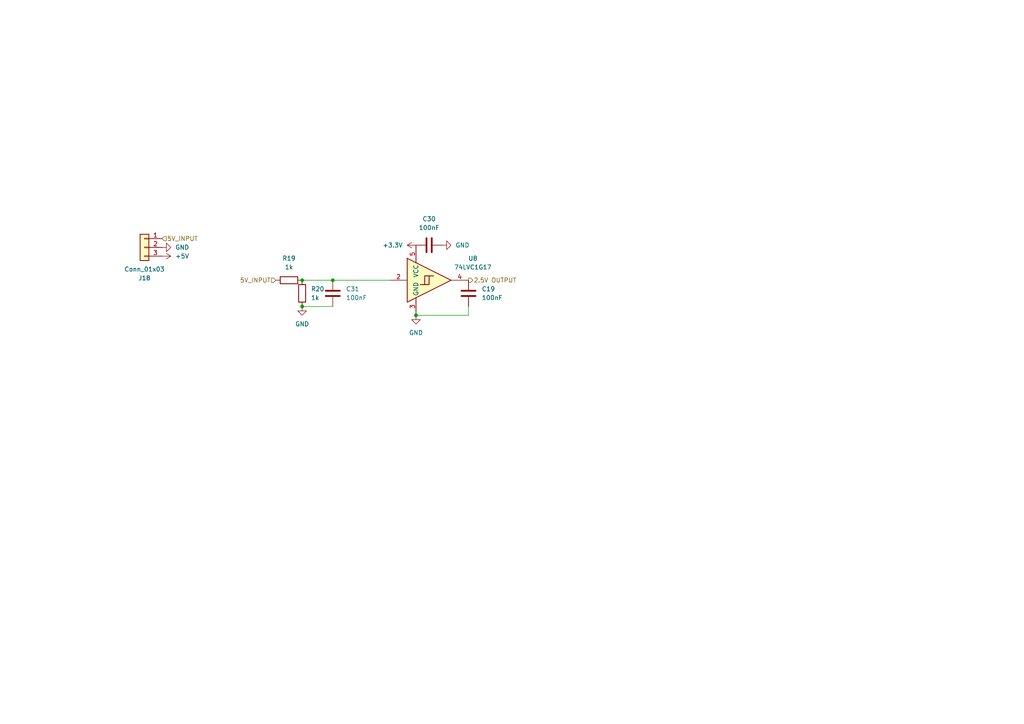
<source format=kicad_sch>
(kicad_sch
	(version 20250114)
	(generator "eeschema")
	(generator_version "9.0")
	(uuid "28615751-7090-429b-94d4-87d29671b4f2")
	(paper "A4")
	(lib_symbols
		(symbol "74xGxx:74LVC1G17"
			(exclude_from_sim no)
			(in_bom yes)
			(on_board yes)
			(property "Reference" "U"
				(at 0 3.81 0)
				(effects
					(font
						(size 1.27 1.27)
					)
					(justify left)
				)
			)
			(property "Value" "74LVC1G17"
				(at 0 -3.81 0)
				(effects
					(font
						(size 1.27 1.27)
					)
					(justify left)
				)
			)
			(property "Footprint" ""
				(at -2.54 0 0)
				(effects
					(font
						(size 1.27 1.27)
					)
					(hide yes)
				)
			)
			(property "Datasheet" "https://www.ti.com/lit/ds/symlink/sn74lvc1g17.pdf"
				(at 0 -6.35 0)
				(effects
					(font
						(size 1.27 1.27)
					)
					(justify left)
					(hide yes)
				)
			)
			(property "Description" "Single Schmitt Buffer Gate, Low-Voltage CMOS"
				(at 0 0 0)
				(effects
					(font
						(size 1.27 1.27)
					)
					(hide yes)
				)
			)
			(property "ki_keywords" "Single Gate Buff Schmitt LVC CMOS"
				(at 0 0 0)
				(effects
					(font
						(size 1.27 1.27)
					)
					(hide yes)
				)
			)
			(property "ki_fp_filters" "SOT?23* SOT?553* Texas?R-PDSO-G5?DCK* Texas?R-PDSO-N5?DRL* Texas?X2SON*0.8x0.8mm*P0.48mm*"
				(at 0 0 0)
				(effects
					(font
						(size 1.27 1.27)
					)
					(hide yes)
				)
			)
			(symbol "74LVC1G17_0_1"
				(polyline
					(pts
						(xy -7.62 6.35) (xy -7.62 -6.35) (xy 5.08 0) (xy -7.62 6.35)
					)
					(stroke
						(width 0.254)
						(type default)
					)
					(fill
						(type background)
					)
				)
				(polyline
					(pts
						(xy -3.81 -1.27) (xy -2.54 -1.27) (xy -2.54 1.27) (xy -1.27 1.27)
					)
					(stroke
						(width 0.254)
						(type default)
					)
					(fill
						(type background)
					)
				)
				(polyline
					(pts
						(xy -2.54 -1.27) (xy -1.27 -1.27) (xy -1.27 1.27) (xy 0 1.27)
					)
					(stroke
						(width 0.254)
						(type default)
					)
					(fill
						(type background)
					)
				)
			)
			(symbol "74LVC1G17_1_1"
				(pin input line
					(at -12.7 0 0)
					(length 5.08)
					(name "~"
						(effects
							(font
								(size 1.27 1.27)
							)
						)
					)
					(number "2"
						(effects
							(font
								(size 1.27 1.27)
							)
						)
					)
				)
				(pin no_connect line
					(at -7.62 5.08 180)
					(length 5.08)
					(hide yes)
					(name "NC"
						(effects
							(font
								(size 1.27 1.27)
							)
						)
					)
					(number "1"
						(effects
							(font
								(size 1.27 1.27)
							)
						)
					)
				)
				(pin power_in line
					(at -5.08 10.16 270)
					(length 5.08)
					(name "VCC"
						(effects
							(font
								(size 1.27 1.27)
							)
						)
					)
					(number "5"
						(effects
							(font
								(size 1.27 1.27)
							)
						)
					)
				)
				(pin power_in line
					(at -5.08 -10.16 90)
					(length 5.08)
					(name "GND"
						(effects
							(font
								(size 1.27 1.27)
							)
						)
					)
					(number "3"
						(effects
							(font
								(size 1.27 1.27)
							)
						)
					)
				)
				(pin output line
					(at 10.16 0 180)
					(length 5.08)
					(name "~"
						(effects
							(font
								(size 1.27 1.27)
							)
						)
					)
					(number "4"
						(effects
							(font
								(size 1.27 1.27)
							)
						)
					)
				)
			)
			(embedded_fonts no)
		)
		(symbol "Connector_Generic:Conn_01x03"
			(pin_names
				(offset 1.016)
				(hide yes)
			)
			(exclude_from_sim no)
			(in_bom yes)
			(on_board yes)
			(property "Reference" "J"
				(at 0 5.08 0)
				(effects
					(font
						(size 1.27 1.27)
					)
				)
			)
			(property "Value" "Conn_01x03"
				(at 0 -5.08 0)
				(effects
					(font
						(size 1.27 1.27)
					)
				)
			)
			(property "Footprint" ""
				(at 0 0 0)
				(effects
					(font
						(size 1.27 1.27)
					)
					(hide yes)
				)
			)
			(property "Datasheet" "~"
				(at 0 0 0)
				(effects
					(font
						(size 1.27 1.27)
					)
					(hide yes)
				)
			)
			(property "Description" "Generic connector, single row, 01x03, script generated (kicad-library-utils/schlib/autogen/connector/)"
				(at 0 0 0)
				(effects
					(font
						(size 1.27 1.27)
					)
					(hide yes)
				)
			)
			(property "ki_keywords" "connector"
				(at 0 0 0)
				(effects
					(font
						(size 1.27 1.27)
					)
					(hide yes)
				)
			)
			(property "ki_fp_filters" "Connector*:*_1x??_*"
				(at 0 0 0)
				(effects
					(font
						(size 1.27 1.27)
					)
					(hide yes)
				)
			)
			(symbol "Conn_01x03_1_1"
				(rectangle
					(start -1.27 3.81)
					(end 1.27 -3.81)
					(stroke
						(width 0.254)
						(type default)
					)
					(fill
						(type background)
					)
				)
				(rectangle
					(start -1.27 2.667)
					(end 0 2.413)
					(stroke
						(width 0.1524)
						(type default)
					)
					(fill
						(type none)
					)
				)
				(rectangle
					(start -1.27 0.127)
					(end 0 -0.127)
					(stroke
						(width 0.1524)
						(type default)
					)
					(fill
						(type none)
					)
				)
				(rectangle
					(start -1.27 -2.413)
					(end 0 -2.667)
					(stroke
						(width 0.1524)
						(type default)
					)
					(fill
						(type none)
					)
				)
				(pin passive line
					(at -5.08 2.54 0)
					(length 3.81)
					(name "Pin_1"
						(effects
							(font
								(size 1.27 1.27)
							)
						)
					)
					(number "1"
						(effects
							(font
								(size 1.27 1.27)
							)
						)
					)
				)
				(pin passive line
					(at -5.08 0 0)
					(length 3.81)
					(name "Pin_2"
						(effects
							(font
								(size 1.27 1.27)
							)
						)
					)
					(number "2"
						(effects
							(font
								(size 1.27 1.27)
							)
						)
					)
				)
				(pin passive line
					(at -5.08 -2.54 0)
					(length 3.81)
					(name "Pin_3"
						(effects
							(font
								(size 1.27 1.27)
							)
						)
					)
					(number "3"
						(effects
							(font
								(size 1.27 1.27)
							)
						)
					)
				)
			)
			(embedded_fonts no)
		)
		(symbol "Device:C"
			(pin_numbers
				(hide yes)
			)
			(pin_names
				(offset 0.254)
			)
			(exclude_from_sim no)
			(in_bom yes)
			(on_board yes)
			(property "Reference" "C"
				(at 0.635 2.54 0)
				(effects
					(font
						(size 1.27 1.27)
					)
					(justify left)
				)
			)
			(property "Value" "C"
				(at 0.635 -2.54 0)
				(effects
					(font
						(size 1.27 1.27)
					)
					(justify left)
				)
			)
			(property "Footprint" ""
				(at 0.9652 -3.81 0)
				(effects
					(font
						(size 1.27 1.27)
					)
					(hide yes)
				)
			)
			(property "Datasheet" "~"
				(at 0 0 0)
				(effects
					(font
						(size 1.27 1.27)
					)
					(hide yes)
				)
			)
			(property "Description" "Unpolarized capacitor"
				(at 0 0 0)
				(effects
					(font
						(size 1.27 1.27)
					)
					(hide yes)
				)
			)
			(property "ki_keywords" "cap capacitor"
				(at 0 0 0)
				(effects
					(font
						(size 1.27 1.27)
					)
					(hide yes)
				)
			)
			(property "ki_fp_filters" "C_*"
				(at 0 0 0)
				(effects
					(font
						(size 1.27 1.27)
					)
					(hide yes)
				)
			)
			(symbol "C_0_1"
				(polyline
					(pts
						(xy -2.032 0.762) (xy 2.032 0.762)
					)
					(stroke
						(width 0.508)
						(type default)
					)
					(fill
						(type none)
					)
				)
				(polyline
					(pts
						(xy -2.032 -0.762) (xy 2.032 -0.762)
					)
					(stroke
						(width 0.508)
						(type default)
					)
					(fill
						(type none)
					)
				)
			)
			(symbol "C_1_1"
				(pin passive line
					(at 0 3.81 270)
					(length 2.794)
					(name "~"
						(effects
							(font
								(size 1.27 1.27)
							)
						)
					)
					(number "1"
						(effects
							(font
								(size 1.27 1.27)
							)
						)
					)
				)
				(pin passive line
					(at 0 -3.81 90)
					(length 2.794)
					(name "~"
						(effects
							(font
								(size 1.27 1.27)
							)
						)
					)
					(number "2"
						(effects
							(font
								(size 1.27 1.27)
							)
						)
					)
				)
			)
			(embedded_fonts no)
		)
		(symbol "Device:R"
			(pin_numbers
				(hide yes)
			)
			(pin_names
				(offset 0)
			)
			(exclude_from_sim no)
			(in_bom yes)
			(on_board yes)
			(property "Reference" "R"
				(at 2.032 0 90)
				(effects
					(font
						(size 1.27 1.27)
					)
				)
			)
			(property "Value" "R"
				(at 0 0 90)
				(effects
					(font
						(size 1.27 1.27)
					)
				)
			)
			(property "Footprint" ""
				(at -1.778 0 90)
				(effects
					(font
						(size 1.27 1.27)
					)
					(hide yes)
				)
			)
			(property "Datasheet" "~"
				(at 0 0 0)
				(effects
					(font
						(size 1.27 1.27)
					)
					(hide yes)
				)
			)
			(property "Description" "Resistor"
				(at 0 0 0)
				(effects
					(font
						(size 1.27 1.27)
					)
					(hide yes)
				)
			)
			(property "ki_keywords" "R res resistor"
				(at 0 0 0)
				(effects
					(font
						(size 1.27 1.27)
					)
					(hide yes)
				)
			)
			(property "ki_fp_filters" "R_*"
				(at 0 0 0)
				(effects
					(font
						(size 1.27 1.27)
					)
					(hide yes)
				)
			)
			(symbol "R_0_1"
				(rectangle
					(start -1.016 -2.54)
					(end 1.016 2.54)
					(stroke
						(width 0.254)
						(type default)
					)
					(fill
						(type none)
					)
				)
			)
			(symbol "R_1_1"
				(pin passive line
					(at 0 3.81 270)
					(length 1.27)
					(name "~"
						(effects
							(font
								(size 1.27 1.27)
							)
						)
					)
					(number "1"
						(effects
							(font
								(size 1.27 1.27)
							)
						)
					)
				)
				(pin passive line
					(at 0 -3.81 90)
					(length 1.27)
					(name "~"
						(effects
							(font
								(size 1.27 1.27)
							)
						)
					)
					(number "2"
						(effects
							(font
								(size 1.27 1.27)
							)
						)
					)
				)
			)
			(embedded_fonts no)
		)
		(symbol "power:+3.3V"
			(power)
			(pin_numbers
				(hide yes)
			)
			(pin_names
				(offset 0)
				(hide yes)
			)
			(exclude_from_sim no)
			(in_bom yes)
			(on_board yes)
			(property "Reference" "#PWR"
				(at 0 -3.81 0)
				(effects
					(font
						(size 1.27 1.27)
					)
					(hide yes)
				)
			)
			(property "Value" "+3.3V"
				(at 0 3.556 0)
				(effects
					(font
						(size 1.27 1.27)
					)
				)
			)
			(property "Footprint" ""
				(at 0 0 0)
				(effects
					(font
						(size 1.27 1.27)
					)
					(hide yes)
				)
			)
			(property "Datasheet" ""
				(at 0 0 0)
				(effects
					(font
						(size 1.27 1.27)
					)
					(hide yes)
				)
			)
			(property "Description" "Power symbol creates a global label with name \"+3.3V\""
				(at 0 0 0)
				(effects
					(font
						(size 1.27 1.27)
					)
					(hide yes)
				)
			)
			(property "ki_keywords" "global power"
				(at 0 0 0)
				(effects
					(font
						(size 1.27 1.27)
					)
					(hide yes)
				)
			)
			(symbol "+3.3V_0_1"
				(polyline
					(pts
						(xy -0.762 1.27) (xy 0 2.54)
					)
					(stroke
						(width 0)
						(type default)
					)
					(fill
						(type none)
					)
				)
				(polyline
					(pts
						(xy 0 2.54) (xy 0.762 1.27)
					)
					(stroke
						(width 0)
						(type default)
					)
					(fill
						(type none)
					)
				)
				(polyline
					(pts
						(xy 0 0) (xy 0 2.54)
					)
					(stroke
						(width 0)
						(type default)
					)
					(fill
						(type none)
					)
				)
			)
			(symbol "+3.3V_1_1"
				(pin power_in line
					(at 0 0 90)
					(length 0)
					(name "~"
						(effects
							(font
								(size 1.27 1.27)
							)
						)
					)
					(number "1"
						(effects
							(font
								(size 1.27 1.27)
							)
						)
					)
				)
			)
			(embedded_fonts no)
		)
		(symbol "power:+5V"
			(power)
			(pin_numbers
				(hide yes)
			)
			(pin_names
				(offset 0)
				(hide yes)
			)
			(exclude_from_sim no)
			(in_bom yes)
			(on_board yes)
			(property "Reference" "#PWR"
				(at 0 -3.81 0)
				(effects
					(font
						(size 1.27 1.27)
					)
					(hide yes)
				)
			)
			(property "Value" "+5V"
				(at 0 3.556 0)
				(effects
					(font
						(size 1.27 1.27)
					)
				)
			)
			(property "Footprint" ""
				(at 0 0 0)
				(effects
					(font
						(size 1.27 1.27)
					)
					(hide yes)
				)
			)
			(property "Datasheet" ""
				(at 0 0 0)
				(effects
					(font
						(size 1.27 1.27)
					)
					(hide yes)
				)
			)
			(property "Description" "Power symbol creates a global label with name \"+5V\""
				(at 0 0 0)
				(effects
					(font
						(size 1.27 1.27)
					)
					(hide yes)
				)
			)
			(property "ki_keywords" "global power"
				(at 0 0 0)
				(effects
					(font
						(size 1.27 1.27)
					)
					(hide yes)
				)
			)
			(symbol "+5V_0_1"
				(polyline
					(pts
						(xy -0.762 1.27) (xy 0 2.54)
					)
					(stroke
						(width 0)
						(type default)
					)
					(fill
						(type none)
					)
				)
				(polyline
					(pts
						(xy 0 2.54) (xy 0.762 1.27)
					)
					(stroke
						(width 0)
						(type default)
					)
					(fill
						(type none)
					)
				)
				(polyline
					(pts
						(xy 0 0) (xy 0 2.54)
					)
					(stroke
						(width 0)
						(type default)
					)
					(fill
						(type none)
					)
				)
			)
			(symbol "+5V_1_1"
				(pin power_in line
					(at 0 0 90)
					(length 0)
					(name "~"
						(effects
							(font
								(size 1.27 1.27)
							)
						)
					)
					(number "1"
						(effects
							(font
								(size 1.27 1.27)
							)
						)
					)
				)
			)
			(embedded_fonts no)
		)
		(symbol "power:GND"
			(power)
			(pin_numbers
				(hide yes)
			)
			(pin_names
				(offset 0)
				(hide yes)
			)
			(exclude_from_sim no)
			(in_bom yes)
			(on_board yes)
			(property "Reference" "#PWR"
				(at 0 -6.35 0)
				(effects
					(font
						(size 1.27 1.27)
					)
					(hide yes)
				)
			)
			(property "Value" "GND"
				(at 0 -3.81 0)
				(effects
					(font
						(size 1.27 1.27)
					)
				)
			)
			(property "Footprint" ""
				(at 0 0 0)
				(effects
					(font
						(size 1.27 1.27)
					)
					(hide yes)
				)
			)
			(property "Datasheet" ""
				(at 0 0 0)
				(effects
					(font
						(size 1.27 1.27)
					)
					(hide yes)
				)
			)
			(property "Description" "Power symbol creates a global label with name \"GND\" , ground"
				(at 0 0 0)
				(effects
					(font
						(size 1.27 1.27)
					)
					(hide yes)
				)
			)
			(property "ki_keywords" "global power"
				(at 0 0 0)
				(effects
					(font
						(size 1.27 1.27)
					)
					(hide yes)
				)
			)
			(symbol "GND_0_1"
				(polyline
					(pts
						(xy 0 0) (xy 0 -1.27) (xy 1.27 -1.27) (xy 0 -2.54) (xy -1.27 -1.27) (xy 0 -1.27)
					)
					(stroke
						(width 0)
						(type default)
					)
					(fill
						(type none)
					)
				)
			)
			(symbol "GND_1_1"
				(pin power_in line
					(at 0 0 270)
					(length 0)
					(name "~"
						(effects
							(font
								(size 1.27 1.27)
							)
						)
					)
					(number "1"
						(effects
							(font
								(size 1.27 1.27)
							)
						)
					)
				)
			)
			(embedded_fonts no)
		)
	)
	(junction
		(at 96.52 81.28)
		(diameter 0)
		(color 0 0 0 0)
		(uuid "25e9ef66-f403-4fbd-8d50-ecbb2bda03f9")
	)
	(junction
		(at 87.63 88.9)
		(diameter 0)
		(color 0 0 0 0)
		(uuid "c42ceb1c-3e0f-44a6-86d6-c08c5b85498a")
	)
	(junction
		(at 87.63 81.28)
		(diameter 0)
		(color 0 0 0 0)
		(uuid "dab44cc5-a0b2-4e65-adfc-620905a18a37")
	)
	(junction
		(at 120.65 91.44)
		(diameter 0)
		(color 0 0 0 0)
		(uuid "f7bc0cfa-1927-4a49-bd88-9dd7adcedf25")
	)
	(wire
		(pts
			(xy 96.52 81.28) (xy 113.03 81.28)
		)
		(stroke
			(width 0)
			(type default)
		)
		(uuid "8322fcc7-f236-4cda-849f-54be9205a593")
	)
	(wire
		(pts
			(xy 87.63 81.28) (xy 96.52 81.28)
		)
		(stroke
			(width 0)
			(type default)
		)
		(uuid "9014f06c-273d-4de4-b825-4469262bb287")
	)
	(wire
		(pts
			(xy 135.89 91.44) (xy 120.65 91.44)
		)
		(stroke
			(width 0)
			(type default)
		)
		(uuid "d78c56ce-9be9-449b-b64f-451972d4a8f3")
	)
	(wire
		(pts
			(xy 135.89 91.44) (xy 135.89 88.9)
		)
		(stroke
			(width 0)
			(type default)
		)
		(uuid "e2d8954b-3398-4d27-bbb1-76491153d5fe")
	)
	(wire
		(pts
			(xy 87.63 88.9) (xy 96.52 88.9)
		)
		(stroke
			(width 0)
			(type default)
		)
		(uuid "fd22e66b-f127-4f86-bfba-9553627cc128")
	)
	(hierarchical_label "5V_INPUT"
		(shape input)
		(at 46.99 69.215 0)
		(effects
			(font
				(size 1.27 1.27)
			)
			(justify left)
		)
		(uuid "10c53a55-fa59-41ea-bd48-0871fb0cb990")
	)
	(hierarchical_label "5V_INPUT"
		(shape input)
		(at 80.01 81.28 180)
		(effects
			(font
				(size 1.27 1.27)
			)
			(justify right)
		)
		(uuid "8a833e60-b0fb-4efc-958b-6031d381ab81")
	)
	(hierarchical_label "2.5V OUTPUT"
		(shape output)
		(at 135.89 81.28 0)
		(effects
			(font
				(size 1.27 1.27)
			)
			(justify left)
		)
		(uuid "fa033088-e8e7-4219-9346-fbf9a8b828cd")
	)
	(symbol
		(lib_id "Device:R")
		(at 87.63 85.09 180)
		(unit 1)
		(exclude_from_sim no)
		(in_bom yes)
		(on_board yes)
		(dnp no)
		(fields_autoplaced yes)
		(uuid "2ee3e4b3-585a-4339-b9f9-1628b42d712e")
		(property "Reference" "R20"
			(at 90.17 83.8199 0)
			(effects
				(font
					(size 1.27 1.27)
				)
				(justify right)
			)
		)
		(property "Value" "1k"
			(at 90.17 86.3599 0)
			(effects
				(font
					(size 1.27 1.27)
				)
				(justify right)
			)
		)
		(property "Footprint" "RMC_Resistor:R_0805_2012Metric_Pad1.20x1.40mm_HandSolder_L"
			(at 89.408 85.09 90)
			(effects
				(font
					(size 1.27 1.27)
				)
				(hide yes)
			)
		)
		(property "Datasheet" "~"
			(at 87.63 85.09 0)
			(effects
				(font
					(size 1.27 1.27)
				)
				(hide yes)
			)
		)
		(property "Description" "Resistor"
			(at 87.63 85.09 0)
			(effects
				(font
					(size 1.27 1.27)
				)
				(hide yes)
			)
		)
		(pin "1"
			(uuid "e06a2b53-2363-4928-baa3-d4170c5f9ab5")
		)
		(pin "2"
			(uuid "bd752581-d2e2-4621-bd1f-b763e848808d")
		)
		(instances
			(project "sensorboard_v10"
				(path "/bee3e03c-9a5f-4c66-913e-823f7b125a2a/c95b4a2b-b42a-4024-af14-ef340befd390"
					(reference "R20")
					(unit 1)
				)
			)
		)
	)
	(symbol
		(lib_id "power:GND")
		(at 128.27 71.12 90)
		(unit 1)
		(exclude_from_sim no)
		(in_bom yes)
		(on_board yes)
		(dnp no)
		(fields_autoplaced yes)
		(uuid "4de6502f-5a5e-41a7-ab77-66bf0a9c54f9")
		(property "Reference" "#PWR087"
			(at 134.62 71.12 0)
			(effects
				(font
					(size 1.27 1.27)
				)
				(hide yes)
			)
		)
		(property "Value" "GND"
			(at 132.08 71.1199 90)
			(effects
				(font
					(size 1.27 1.27)
				)
				(justify right)
			)
		)
		(property "Footprint" ""
			(at 128.27 71.12 0)
			(effects
				(font
					(size 1.27 1.27)
				)
				(hide yes)
			)
		)
		(property "Datasheet" ""
			(at 128.27 71.12 0)
			(effects
				(font
					(size 1.27 1.27)
				)
				(hide yes)
			)
		)
		(property "Description" "Power symbol creates a global label with name \"GND\" , ground"
			(at 128.27 71.12 0)
			(effects
				(font
					(size 1.27 1.27)
				)
				(hide yes)
			)
		)
		(pin "1"
			(uuid "8189f8d4-1af9-4edf-8b11-4fc5b80775de")
		)
		(instances
			(project "sensorboard_v10"
				(path "/bee3e03c-9a5f-4c66-913e-823f7b125a2a/c95b4a2b-b42a-4024-af14-ef340befd390"
					(reference "#PWR087")
					(unit 1)
				)
			)
		)
	)
	(symbol
		(lib_id "Device:C")
		(at 135.89 85.09 180)
		(unit 1)
		(exclude_from_sim no)
		(in_bom yes)
		(on_board yes)
		(dnp no)
		(fields_autoplaced yes)
		(uuid "5a9ce900-0a9f-46d9-88a3-67b76571c374")
		(property "Reference" "C19"
			(at 139.7 83.8199 0)
			(effects
				(font
					(size 1.27 1.27)
				)
				(justify right)
			)
		)
		(property "Value" "100nF"
			(at 139.7 86.3599 0)
			(effects
				(font
					(size 1.27 1.27)
				)
				(justify right)
			)
		)
		(property "Footprint" "RMC_Capacitor:C_0805_2012Metric_Pad1.18x1.45mm_HandSolder_L"
			(at 134.9248 81.28 0)
			(effects
				(font
					(size 1.27 1.27)
				)
				(hide yes)
			)
		)
		(property "Datasheet" "~"
			(at 135.89 85.09 0)
			(effects
				(font
					(size 1.27 1.27)
				)
				(hide yes)
			)
		)
		(property "Description" "Unpolarized capacitor"
			(at 135.89 85.09 0)
			(effects
				(font
					(size 1.27 1.27)
				)
				(hide yes)
			)
		)
		(pin "2"
			(uuid "4db073e9-62eb-4a75-90aa-d8b9a0137210")
		)
		(pin "1"
			(uuid "0ce97b12-9647-43c6-a8dc-bebd5f022bd6")
		)
		(instances
			(project "sensorboard_v10"
				(path "/bee3e03c-9a5f-4c66-913e-823f7b125a2a/c95b4a2b-b42a-4024-af14-ef340befd390"
					(reference "C19")
					(unit 1)
				)
			)
		)
	)
	(symbol
		(lib_id "Connector_Generic:Conn_01x03")
		(at 41.91 71.755 0)
		(mirror y)
		(unit 1)
		(exclude_from_sim no)
		(in_bom yes)
		(on_board yes)
		(dnp no)
		(fields_autoplaced yes)
		(uuid "79c78fa8-600d-4563-be82-b07c4769f4c7")
		(property "Reference" "J18"
			(at 41.91 80.645 0)
			(effects
				(font
					(size 1.27 1.27)
				)
			)
		)
		(property "Value" "Conn_01x03"
			(at 41.91 78.105 0)
			(effects
				(font
					(size 1.27 1.27)
				)
			)
		)
		(property "Footprint" "Connector_JST:JST_XH_B3B-XH-A_1x03_P2.50mm_Vertical"
			(at 41.91 71.755 0)
			(effects
				(font
					(size 1.27 1.27)
				)
				(hide yes)
			)
		)
		(property "Datasheet" "~"
			(at 41.91 71.755 0)
			(effects
				(font
					(size 1.27 1.27)
				)
				(hide yes)
			)
		)
		(property "Description" "Generic connector, single row, 01x03, script generated (kicad-library-utils/schlib/autogen/connector/)"
			(at 41.91 71.755 0)
			(effects
				(font
					(size 1.27 1.27)
				)
				(hide yes)
			)
		)
		(pin "1"
			(uuid "7e6ac3ab-81d4-414e-b25a-e6537a2f997a")
		)
		(pin "3"
			(uuid "666d05bc-d4b8-4c9d-a91d-a65b60c49866")
		)
		(pin "2"
			(uuid "ff0a48f4-2915-4f60-a2e9-6b0365d34f89")
		)
		(instances
			(project "sensorboard_v10"
				(path "/bee3e03c-9a5f-4c66-913e-823f7b125a2a/c95b4a2b-b42a-4024-af14-ef340befd390"
					(reference "J18")
					(unit 1)
				)
			)
		)
	)
	(symbol
		(lib_id "power:GND")
		(at 120.65 91.44 0)
		(unit 1)
		(exclude_from_sim no)
		(in_bom yes)
		(on_board yes)
		(dnp no)
		(fields_autoplaced yes)
		(uuid "7cbfebd5-5aef-4b0d-94dd-9ffa9eba5fcd")
		(property "Reference" "#PWR086"
			(at 120.65 97.79 0)
			(effects
				(font
					(size 1.27 1.27)
				)
				(hide yes)
			)
		)
		(property "Value" "GND"
			(at 120.65 96.52 0)
			(effects
				(font
					(size 1.27 1.27)
				)
			)
		)
		(property "Footprint" ""
			(at 120.65 91.44 0)
			(effects
				(font
					(size 1.27 1.27)
				)
				(hide yes)
			)
		)
		(property "Datasheet" ""
			(at 120.65 91.44 0)
			(effects
				(font
					(size 1.27 1.27)
				)
				(hide yes)
			)
		)
		(property "Description" "Power symbol creates a global label with name \"GND\" , ground"
			(at 120.65 91.44 0)
			(effects
				(font
					(size 1.27 1.27)
				)
				(hide yes)
			)
		)
		(pin "1"
			(uuid "e4766daf-4df7-4b3c-ac1b-4c8f8c1d3ea5")
		)
		(instances
			(project "sensorboard_v10"
				(path "/bee3e03c-9a5f-4c66-913e-823f7b125a2a/c95b4a2b-b42a-4024-af14-ef340befd390"
					(reference "#PWR086")
					(unit 1)
				)
			)
		)
	)
	(symbol
		(lib_id "Device:C")
		(at 124.46 71.12 270)
		(unit 1)
		(exclude_from_sim no)
		(in_bom yes)
		(on_board yes)
		(dnp no)
		(fields_autoplaced yes)
		(uuid "902e0144-65f6-462c-8d04-ff3c8efc92f2")
		(property "Reference" "C30"
			(at 124.46 63.5 90)
			(effects
				(font
					(size 1.27 1.27)
				)
			)
		)
		(property "Value" "100nF"
			(at 124.46 66.04 90)
			(effects
				(font
					(size 1.27 1.27)
				)
			)
		)
		(property "Footprint" "RMC_Capacitor:C_0805_2012Metric_Pad1.18x1.45mm_HandSolder_L"
			(at 120.65 72.0852 0)
			(effects
				(font
					(size 1.27 1.27)
				)
				(hide yes)
			)
		)
		(property "Datasheet" "~"
			(at 124.46 71.12 0)
			(effects
				(font
					(size 1.27 1.27)
				)
				(hide yes)
			)
		)
		(property "Description" "Unpolarized capacitor"
			(at 124.46 71.12 0)
			(effects
				(font
					(size 1.27 1.27)
				)
				(hide yes)
			)
		)
		(pin "2"
			(uuid "71aaca3c-d6e1-4d30-99d6-9279e786d72e")
		)
		(pin "1"
			(uuid "44e99b50-d938-40fa-a1c0-9b7cf41c81dd")
		)
		(instances
			(project "sensorboard_v10"
				(path "/bee3e03c-9a5f-4c66-913e-823f7b125a2a/c95b4a2b-b42a-4024-af14-ef340befd390"
					(reference "C30")
					(unit 1)
				)
			)
		)
	)
	(symbol
		(lib_id "power:GND")
		(at 46.99 71.755 90)
		(mirror x)
		(unit 1)
		(exclude_from_sim no)
		(in_bom yes)
		(on_board yes)
		(dnp no)
		(fields_autoplaced yes)
		(uuid "95a7af20-076b-4bf5-beef-62fa7d86e720")
		(property "Reference" "#PWR055"
			(at 53.34 71.755 0)
			(effects
				(font
					(size 1.27 1.27)
				)
				(hide yes)
			)
		)
		(property "Value" "GND"
			(at 50.8 71.7551 90)
			(effects
				(font
					(size 1.27 1.27)
				)
				(justify right)
			)
		)
		(property "Footprint" ""
			(at 46.99 71.755 0)
			(effects
				(font
					(size 1.27 1.27)
				)
				(hide yes)
			)
		)
		(property "Datasheet" ""
			(at 46.99 71.755 0)
			(effects
				(font
					(size 1.27 1.27)
				)
				(hide yes)
			)
		)
		(property "Description" "Power symbol creates a global label with name \"GND\" , ground"
			(at 46.99 71.755 0)
			(effects
				(font
					(size 1.27 1.27)
				)
				(hide yes)
			)
		)
		(pin "1"
			(uuid "3dd6d0c5-2382-4768-b0d6-841eb0067d05")
		)
		(instances
			(project "sensorboard_v10"
				(path "/bee3e03c-9a5f-4c66-913e-823f7b125a2a/c95b4a2b-b42a-4024-af14-ef340befd390"
					(reference "#PWR055")
					(unit 1)
				)
			)
		)
	)
	(symbol
		(lib_id "Device:C")
		(at 96.52 85.09 180)
		(unit 1)
		(exclude_from_sim no)
		(in_bom yes)
		(on_board yes)
		(dnp no)
		(fields_autoplaced yes)
		(uuid "a9988ccf-addd-41ae-982c-9af76f8dfe7e")
		(property "Reference" "C31"
			(at 100.33 83.8199 0)
			(effects
				(font
					(size 1.27 1.27)
				)
				(justify right)
			)
		)
		(property "Value" "100nF"
			(at 100.33 86.3599 0)
			(effects
				(font
					(size 1.27 1.27)
				)
				(justify right)
			)
		)
		(property "Footprint" "RMC_Capacitor:C_0805_2012Metric_Pad1.18x1.45mm_HandSolder_L"
			(at 95.5548 81.28 0)
			(effects
				(font
					(size 1.27 1.27)
				)
				(hide yes)
			)
		)
		(property "Datasheet" "~"
			(at 96.52 85.09 0)
			(effects
				(font
					(size 1.27 1.27)
				)
				(hide yes)
			)
		)
		(property "Description" "Unpolarized capacitor"
			(at 96.52 85.09 0)
			(effects
				(font
					(size 1.27 1.27)
				)
				(hide yes)
			)
		)
		(pin "2"
			(uuid "b6ab8e9c-a16a-45aa-ac1d-77a26fc07e2b")
		)
		(pin "1"
			(uuid "82794a92-6f63-4da1-9c4b-ce7fc58a7deb")
		)
		(instances
			(project "sensorboard_v10"
				(path "/bee3e03c-9a5f-4c66-913e-823f7b125a2a/c95b4a2b-b42a-4024-af14-ef340befd390"
					(reference "C31")
					(unit 1)
				)
			)
		)
	)
	(symbol
		(lib_id "74xGxx:74LVC1G17")
		(at 125.73 81.28 0)
		(unit 1)
		(exclude_from_sim no)
		(in_bom yes)
		(on_board yes)
		(dnp no)
		(fields_autoplaced yes)
		(uuid "b68f86db-57a0-4f38-af79-678d394d5777")
		(property "Reference" "U8"
			(at 137.16 74.9614 0)
			(effects
				(font
					(size 1.27 1.27)
				)
			)
		)
		(property "Value" "74LVC1G17"
			(at 137.16 77.5014 0)
			(effects
				(font
					(size 1.27 1.27)
				)
			)
		)
		(property "Footprint" "Package_TO_SOT_SMD:SOT-23-5_HandSoldering"
			(at 123.19 81.28 0)
			(effects
				(font
					(size 1.27 1.27)
				)
				(hide yes)
			)
		)
		(property "Datasheet" "https://www.ti.com/lit/ds/symlink/sn74lvc1g17.pdf"
			(at 125.73 87.63 0)
			(effects
				(font
					(size 1.27 1.27)
				)
				(justify left)
				(hide yes)
			)
		)
		(property "Description" "Single Schmitt Buffer Gate, Low-Voltage CMOS"
			(at 125.73 81.28 0)
			(effects
				(font
					(size 1.27 1.27)
				)
				(hide yes)
			)
		)
		(pin "4"
			(uuid "630e07cd-b656-4758-b6b4-b9395d40d224")
		)
		(pin "1"
			(uuid "4c16e662-b2cb-4810-90a3-8725696a514a")
		)
		(pin "3"
			(uuid "802a775b-0cc6-4b17-bc48-7041d40e243c")
		)
		(pin "5"
			(uuid "873da94d-e19f-4eee-85fb-5579240b62f5")
		)
		(pin "2"
			(uuid "5618c846-9c06-4a88-a2d0-ad095eb21e88")
		)
		(instances
			(project "sensorboard_v10"
				(path "/bee3e03c-9a5f-4c66-913e-823f7b125a2a/c95b4a2b-b42a-4024-af14-ef340befd390"
					(reference "U8")
					(unit 1)
				)
			)
		)
	)
	(symbol
		(lib_id "power:GND")
		(at 87.63 88.9 0)
		(unit 1)
		(exclude_from_sim no)
		(in_bom yes)
		(on_board yes)
		(dnp no)
		(fields_autoplaced yes)
		(uuid "e3ce0ecd-4993-458b-910d-e18dfb7fe473")
		(property "Reference" "#PWR057"
			(at 87.63 95.25 0)
			(effects
				(font
					(size 1.27 1.27)
				)
				(hide yes)
			)
		)
		(property "Value" "GND"
			(at 87.63 93.98 0)
			(effects
				(font
					(size 1.27 1.27)
				)
			)
		)
		(property "Footprint" ""
			(at 87.63 88.9 0)
			(effects
				(font
					(size 1.27 1.27)
				)
				(hide yes)
			)
		)
		(property "Datasheet" ""
			(at 87.63 88.9 0)
			(effects
				(font
					(size 1.27 1.27)
				)
				(hide yes)
			)
		)
		(property "Description" "Power symbol creates a global label with name \"GND\" , ground"
			(at 87.63 88.9 0)
			(effects
				(font
					(size 1.27 1.27)
				)
				(hide yes)
			)
		)
		(pin "1"
			(uuid "fb201ae7-bd17-42da-8647-a294330525a4")
		)
		(instances
			(project "sensorboard_v10"
				(path "/bee3e03c-9a5f-4c66-913e-823f7b125a2a/c95b4a2b-b42a-4024-af14-ef340befd390"
					(reference "#PWR057")
					(unit 1)
				)
			)
		)
	)
	(symbol
		(lib_id "power:+3.3V")
		(at 120.65 71.12 90)
		(unit 1)
		(exclude_from_sim no)
		(in_bom yes)
		(on_board yes)
		(dnp no)
		(fields_autoplaced yes)
		(uuid "e409a973-59dc-4057-8f74-f8349bfda3c1")
		(property "Reference" "#PWR085"
			(at 124.46 71.12 0)
			(effects
				(font
					(size 1.27 1.27)
				)
				(hide yes)
			)
		)
		(property "Value" "+3.3V"
			(at 116.84 71.1199 90)
			(effects
				(font
					(size 1.27 1.27)
				)
				(justify left)
			)
		)
		(property "Footprint" ""
			(at 120.65 71.12 0)
			(effects
				(font
					(size 1.27 1.27)
				)
				(hide yes)
			)
		)
		(property "Datasheet" ""
			(at 120.65 71.12 0)
			(effects
				(font
					(size 1.27 1.27)
				)
				(hide yes)
			)
		)
		(property "Description" "Power symbol creates a global label with name \"+3.3V\""
			(at 120.65 71.12 0)
			(effects
				(font
					(size 1.27 1.27)
				)
				(hide yes)
			)
		)
		(pin "1"
			(uuid "8b99b225-5383-48c2-8429-342a289b6528")
		)
		(instances
			(project "sensorboard_v10"
				(path "/bee3e03c-9a5f-4c66-913e-823f7b125a2a/c95b4a2b-b42a-4024-af14-ef340befd390"
					(reference "#PWR085")
					(unit 1)
				)
			)
		)
	)
	(symbol
		(lib_id "Device:R")
		(at 83.82 81.28 90)
		(unit 1)
		(exclude_from_sim no)
		(in_bom yes)
		(on_board yes)
		(dnp no)
		(fields_autoplaced yes)
		(uuid "e819aabf-7632-4cd2-9069-3547b759b679")
		(property "Reference" "R19"
			(at 83.82 74.93 90)
			(effects
				(font
					(size 1.27 1.27)
				)
			)
		)
		(property "Value" "1k"
			(at 83.82 77.47 90)
			(effects
				(font
					(size 1.27 1.27)
				)
			)
		)
		(property "Footprint" "RMC_Resistor:R_0805_2012Metric_Pad1.20x1.40mm_HandSolder_L"
			(at 83.82 83.058 90)
			(effects
				(font
					(size 1.27 1.27)
				)
				(hide yes)
			)
		)
		(property "Datasheet" "~"
			(at 83.82 81.28 0)
			(effects
				(font
					(size 1.27 1.27)
				)
				(hide yes)
			)
		)
		(property "Description" "Resistor"
			(at 83.82 81.28 0)
			(effects
				(font
					(size 1.27 1.27)
				)
				(hide yes)
			)
		)
		(pin "1"
			(uuid "e0aa6505-f0b4-4783-8424-986232344614")
		)
		(pin "2"
			(uuid "6a02f7f9-6229-4cd7-84e6-a73dbc85829a")
		)
		(instances
			(project "sensorboard_v10"
				(path "/bee3e03c-9a5f-4c66-913e-823f7b125a2a/c95b4a2b-b42a-4024-af14-ef340befd390"
					(reference "R19")
					(unit 1)
				)
			)
		)
	)
	(symbol
		(lib_id "power:+5V")
		(at 46.99 74.295 270)
		(mirror x)
		(unit 1)
		(exclude_from_sim no)
		(in_bom yes)
		(on_board yes)
		(dnp no)
		(fields_autoplaced yes)
		(uuid "f7baed27-79fa-46b5-9d46-519467b30a39")
		(property "Reference" "#PWR056"
			(at 43.18 74.295 0)
			(effects
				(font
					(size 1.27 1.27)
				)
				(hide yes)
			)
		)
		(property "Value" "+5V"
			(at 50.8 74.2951 90)
			(effects
				(font
					(size 1.27 1.27)
				)
				(justify left)
			)
		)
		(property "Footprint" ""
			(at 46.99 74.295 0)
			(effects
				(font
					(size 1.27 1.27)
				)
				(hide yes)
			)
		)
		(property "Datasheet" ""
			(at 46.99 74.295 0)
			(effects
				(font
					(size 1.27 1.27)
				)
				(hide yes)
			)
		)
		(property "Description" "Power symbol creates a global label with name \"+5V\""
			(at 46.99 74.295 0)
			(effects
				(font
					(size 1.27 1.27)
				)
				(hide yes)
			)
		)
		(pin "1"
			(uuid "e13a1220-9ae7-4a02-bd23-20a9df7d6dcd")
		)
		(instances
			(project "sensorboard_v10"
				(path "/bee3e03c-9a5f-4c66-913e-823f7b125a2a/c95b4a2b-b42a-4024-af14-ef340befd390"
					(reference "#PWR056")
					(unit 1)
				)
			)
		)
	)
)

</source>
